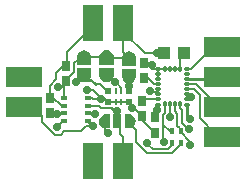
<source format=gtl>
G04 DipTrace 2.4.0.2*
%INST12axis2.gtl*%
%MOMM*%
%ADD13C,0.152*%
%ADD14C,0.254*%
%ADD17R,0.7X0.9*%
%ADD18R,1.1X1.0*%
%ADD19R,1.6X1.7*%
%ADD20R,2.032X1.7*%
%ADD21R,2.0X1.7*%
%ADD22R,1.7X1.6*%
%ADD23R,1.7X2.032*%
%ADD25R,0.525X0.5*%
%ADD26R,0.25X0.5*%
%ADD28R,0.4X0.5*%
%ADD30R,0.737X1.2*%
%ADD32R,0.6X0.4*%
%ADD34O,0.27X0.58*%
%ADD35O,0.58X0.27*%
%ADD37C,0.711*%
%FSLAX53Y53*%
G04*
G71*
G90*
G75*
G01*
%LNTop*%
%LPD*%
X21861Y15688D2*
D13*
X20655D1*
X20546Y15579D1*
X21861Y16978D2*
X21544D1*
X21056Y17466D1*
X20714D1*
X24311Y18268D2*
X24618D1*
X26510Y20160D1*
X24311Y16548D2*
X24937D1*
X25400Y16085D1*
Y14126D1*
X26986Y12540D1*
X26510D1*
X21861Y17408D2*
Y17838D1*
Y18268D1*
X22411D1*
X22441Y18238D1*
X22871D1*
X23301D1*
X23731D1*
Y19220D1*
X24106Y19596D1*
X21861Y18268D2*
X21346D1*
X21498D1*
X21000Y18766D1*
X20714D1*
X15916Y15800D2*
X16236D1*
X16338Y15698D1*
X16992D1*
X17500D1*
Y15363D1*
X17633Y15495D1*
X18016D1*
X18268D1*
X18768D1*
X19020D1*
X19408D1*
Y15456D1*
X19869Y14995D1*
Y14956D1*
X20546Y14279D1*
Y13959D1*
X21635Y12870D1*
X16350Y21430D2*
Y21891D1*
X14181Y19722D1*
Y18643D1*
X14064Y18526D1*
X13916Y15150D2*
Y15187D1*
X13632D1*
X13016Y15803D1*
X12755D1*
X21346Y18601D2*
Y18268D1*
X19697Y14975D2*
X19717Y14995D1*
X19869D1*
X17047Y15753D2*
X16992Y15698D1*
X14064Y18526D2*
X13810D1*
X13236Y17952D1*
Y17384D1*
X12701Y16850D1*
Y15803D1*
X12755D1*
X17047Y15753D2*
Y15844D1*
X16397Y16493D1*
X15839D1*
X15812Y16520D1*
X24311Y17408D2*
D14*
X26298D1*
X26510Y17620D1*
X24311Y16978D2*
D13*
X25098D1*
X26996Y15080D1*
X26510D1*
X22441Y15288D2*
X22466D1*
Y14579D1*
X22257Y14370D1*
Y13564D1*
X22845Y12976D1*
X23079D1*
X15916Y13850D2*
Y13812D1*
X16325Y13403D1*
X22366Y12060D2*
Y12252D1*
X22257Y12362D1*
Y13564D1*
X16325Y13403D2*
X15759D1*
X15340Y12984D1*
X13942D1*
X13670Y12711D1*
X13141D1*
X12068Y13785D1*
Y14282D1*
X11270Y15080D1*
X17342Y13832D2*
Y13109D1*
X17605Y12846D1*
X23079Y11976D2*
Y11793D1*
X22747Y11461D1*
X21428D1*
X21049Y11841D1*
X20778D1*
X20952Y12015D1*
X23301Y15288D2*
Y14679D1*
X23507Y14473D1*
Y13482D1*
X23715Y13274D1*
Y12976D1*
X23779D1*
X16534Y14491D2*
X15925D1*
X15916Y14500D1*
X24583Y11805D2*
Y12108D1*
X23715Y12976D1*
X19526Y13832D2*
Y13588D1*
X19988Y13126D1*
Y12066D1*
X20912Y11142D1*
X23018D1*
X23814Y11937D1*
X23779D1*
Y11976D1*
X17633Y16395D2*
X17527D1*
X16942Y16980D1*
X16595D1*
X16224Y17351D1*
X16011D1*
X15608Y17754D1*
X13916Y13850D2*
X13848D1*
X13348Y13350D1*
X14939Y17169D2*
X14870Y17238D1*
X16304D1*
X16595Y16947D1*
Y16980D1*
X18768Y16395D2*
Y16665D1*
X18367Y17066D1*
X18292Y17141D1*
X18127D1*
X17499Y17769D1*
X23731Y15288D2*
X23707D1*
Y14982D1*
X23868Y14821D1*
Y13665D1*
X24518Y13015D1*
Y13200D1*
X18201Y17153D2*
X18287Y17066D1*
X18367D1*
X19408Y16395D2*
D14*
X19404Y16863D1*
Y17671D1*
X24311Y15258D2*
Y14348D1*
X24597Y14061D1*
X19414Y16863D2*
X19404D1*
X22871Y15288D2*
D13*
Y14072D1*
X22918Y14119D1*
Y14210D1*
X24311Y15688D2*
Y15831D1*
Y16118D1*
X22406Y19596D2*
X21753D1*
X20724D1*
X18890Y21430D1*
Y19673D1*
X19404Y19159D1*
X17597D1*
X17499Y19257D1*
X15623D1*
X15608Y19242D1*
X21861Y15258D2*
Y14818D1*
Y14395D1*
X21635Y14170D1*
X21861Y16548D2*
Y16118D1*
Y16548D2*
Y16327D1*
X21310D1*
X21196Y16441D1*
X13916Y15800D2*
Y16708D1*
Y17374D1*
X14064Y17226D1*
X13953D1*
X14728Y18001D1*
Y18781D1*
X14925Y18979D1*
X15345D1*
X15608Y19242D1*
X13916Y14500D2*
X13309D1*
X12758D1*
X12755Y14503D1*
X15916Y15150D2*
X16845D1*
X17063Y14932D1*
X17726D1*
X17964D1*
X18442Y14454D1*
Y13840D1*
X18434Y13832D1*
X13309Y14492D2*
Y14500D1*
X24311Y15831D2*
X24585D1*
X24662Y15908D1*
X18890Y11270D2*
Y12485D1*
X18639Y12736D1*
Y13627D1*
X18434Y13832D1*
X13387Y16708D2*
X13916D1*
X21789Y14818D2*
X21861D1*
X21753Y19631D2*
Y19596D1*
X18365Y14690D2*
X18141D1*
X17875Y14956D1*
X17726D1*
Y14932D1*
D37*
X22918Y14210D3*
X21196Y16441D3*
X24597Y14061D3*
X13348Y13350D3*
X13309Y14492D3*
X16534Y14491D3*
X16325Y13403D3*
X24662Y15908D3*
X21346Y18601D3*
X17605Y12846D3*
X20952Y12015D3*
X19697Y14975D3*
X24518Y13200D3*
X17047Y15753D3*
X13387Y16708D3*
X21789Y14818D3*
X24583Y11805D3*
X22366Y12060D3*
X14939Y17169D3*
X21753Y19631D3*
X19414Y16863D3*
X18201Y17153D3*
X18365Y14690D3*
X15812Y16520D3*
G36*
X15008Y17631D2*
Y18371D1*
X16208D1*
Y17631D1*
X16148Y17471D1*
X16008Y17271D1*
X15808Y17171D1*
X15608Y17136D1*
X15408Y17171D1*
X15208Y17271D1*
X15068Y17471D1*
X15008Y17631D1*
G37*
G36*
X16208Y19364D2*
Y18624D1*
X15008D1*
Y19364D1*
X15068Y19524D1*
X15208Y19724D1*
X15408Y19824D1*
X15608Y19860D1*
X15808Y19824D1*
X16008Y19724D1*
X16148Y19524D1*
X16208Y19364D1*
G37*
G36*
X18099Y19379D2*
Y18640D1*
X16899D1*
Y19379D1*
X16959Y19539D1*
X17099Y19739D1*
X17299Y19839D1*
X17499Y19875D1*
X17699Y19839D1*
X17899Y19739D1*
X18039Y19539D1*
X18099Y19379D1*
G37*
G36*
X16899Y17647D2*
Y18387D1*
X18099D1*
Y17647D1*
X18039Y17487D1*
X17899Y17287D1*
X17699Y17187D1*
X17499Y17151D1*
X17299Y17187D1*
X17099Y17287D1*
X16959Y17487D1*
X16899Y17647D1*
G37*
G36*
X20004Y19282D2*
Y18542D1*
X18804D1*
Y19282D1*
X18864Y19442D1*
X19004Y19642D1*
X19204Y19742D1*
X19404Y19777D1*
X19604Y19742D1*
X19804Y19642D1*
X19944Y19442D1*
X20004Y19282D1*
G37*
G36*
X18804Y17549D2*
Y18289D1*
X20004D1*
Y17549D1*
X19944Y17389D1*
X19804Y17189D1*
X19604Y17089D1*
X19404Y17053D1*
X19204Y17089D1*
X19004Y17189D1*
X18864Y17389D1*
X18804Y17549D1*
G37*
D17*
X12755Y14503D3*
Y15803D3*
X14064Y17226D3*
Y18526D3*
X21635Y14170D3*
Y12870D3*
D18*
X22406Y19596D3*
X24106D3*
D17*
X20714Y17466D3*
Y18766D3*
X20546Y15579D3*
Y14279D3*
D19*
X26510Y17620D3*
Y20160D3*
D20*
X27780Y17620D3*
Y20160D3*
D19*
X26510Y12540D3*
D21*
X27780D3*
D19*
X11270Y17620D3*
Y15080D3*
D20*
X10000Y17620D3*
Y15080D3*
D19*
X26510D3*
D21*
X27780D3*
D22*
X18890Y11270D3*
X16350D3*
D23*
X18890Y10000D3*
X16350D3*
D22*
X18890Y21430D3*
X16350D3*
D23*
X18890Y22700D3*
X16350D3*
D25*
X19408Y16395D3*
D26*
X18768D3*
X18268D3*
D25*
X17633D3*
Y15495D3*
D26*
X18268D3*
X18768D3*
D25*
X19408D3*
D28*
X23779Y12976D3*
X23079D3*
Y11976D3*
X23779D3*
G36*
X17371Y14432D2*
X17811D1*
Y13232D1*
X17371D1*
X17211Y13292D1*
X17011Y13432D1*
X16911Y13632D1*
X16873Y13832D1*
X16911Y14032D1*
X17011Y14232D1*
X17211Y14372D1*
X17371Y14432D1*
G37*
G36*
X19497Y13232D2*
X19057D1*
Y14432D1*
X19497D1*
X19657Y14372D1*
X19857Y14232D1*
X19957Y14032D1*
X19996Y13832D1*
X19957Y13632D1*
X19857Y13432D1*
X19657Y13292D1*
X19497Y13232D1*
G37*
D30*
X18434Y13832D3*
D32*
X13916Y15800D3*
Y15150D3*
Y14500D3*
Y13850D3*
X15916D3*
Y14500D3*
Y15150D3*
Y15800D3*
D34*
X22441Y15288D3*
X22871D3*
X23301D3*
X23731D3*
D35*
X24311Y15258D3*
Y15688D3*
Y16118D3*
Y16548D3*
Y16978D3*
Y17408D3*
Y17838D3*
Y18268D3*
D34*
X23731Y18238D3*
X23301D3*
X22871D3*
X22441D3*
D35*
X21861Y18268D3*
Y17838D3*
Y17408D3*
Y16978D3*
Y16548D3*
Y16118D3*
Y15688D3*
Y15258D3*
M02*

</source>
